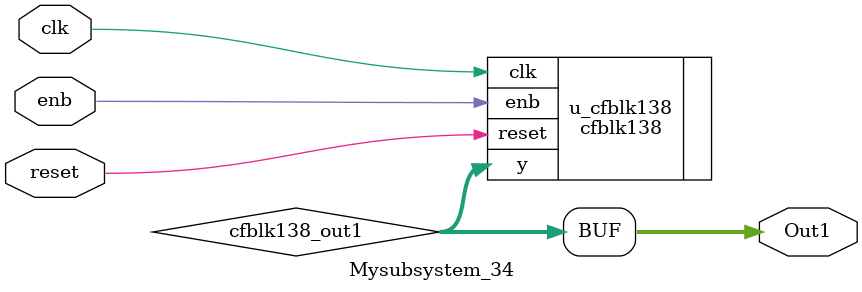
<source format=v>



`timescale 1 ns / 1 ns

module Mysubsystem_34
          (clk,
           reset,
           enb,
           Out1);


  input   clk;
  input   reset;
  input   enb;
  output  [7:0] Out1;  // uint8


  wire [7:0] cfblk138_out1;  // uint8


  cfblk138 u_cfblk138 (.clk(clk),
                       .reset(reset),
                       .enb(enb),
                       .y(cfblk138_out1)  // uint8
                       );

  assign Out1 = cfblk138_out1;

endmodule  // Mysubsystem_34


</source>
